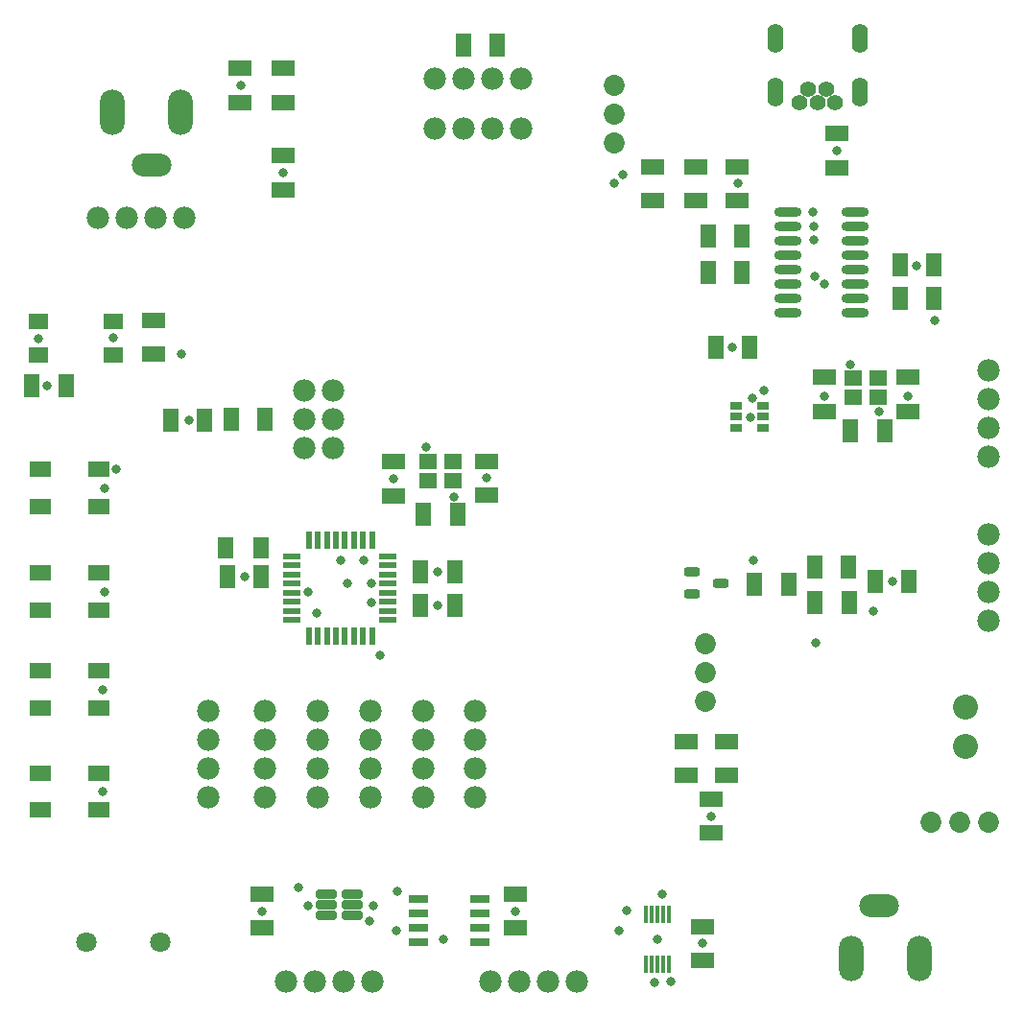
<source format=gts>
G04*
G04 #@! TF.GenerationSoftware,Altium Limited,Altium Designer,23.3.1 (30)*
G04*
G04 Layer_Color=8388736*
%FSLAX44Y44*%
%MOMM*%
G71*
G04*
G04 #@! TF.SameCoordinates,964EAC65-20B9-4362-A22B-C6E90DBC7DAB*
G04*
G04*
G04 #@! TF.FilePolarity,Negative*
G04*
G01*
G75*
%ADD29R,1.3716X1.8542*%
%ADD36R,2.0066X1.3208*%
G04:AMPARAMS|DCode=37|XSize=1.4132mm|YSize=0.7932mm|CornerRadius=0.2491mm|HoleSize=0mm|Usage=FLASHONLY|Rotation=0.000|XOffset=0mm|YOffset=0mm|HoleType=Round|Shape=RoundedRectangle|*
%AMROUNDEDRECTD37*
21,1,1.4132,0.2950,0,0,0.0*
21,1,0.9150,0.7932,0,0,0.0*
1,1,0.4982,0.4575,-0.1475*
1,1,0.4982,-0.4575,-0.1475*
1,1,0.4982,-0.4575,0.1475*
1,1,0.4982,0.4575,0.1475*
%
%ADD37ROUNDEDRECTD37*%
%ADD38R,1.3208X2.0066*%
%ADD39R,0.3508X1.5008*%
%ADD40R,0.3508X1.5208*%
%ADD41R,1.6030X1.4031*%
%ADD42O,2.4032X0.8128*%
%ADD43R,1.8532X1.4097*%
%ADD44R,1.0508X0.7508*%
%ADD45R,0.5588X1.6008*%
%ADD46R,1.6008X0.5588*%
%ADD47R,1.7032X1.4032*%
G04:AMPARAMS|DCode=48|XSize=1.8132mm|YSize=0.7932mm|CornerRadius=0.1754mm|HoleSize=0mm|Usage=FLASHONLY|Rotation=0.000|XOffset=0mm|YOffset=0mm|HoleType=Round|Shape=RoundedRectangle|*
%AMROUNDEDRECTD48*
21,1,1.8132,0.4425,0,0,0.0*
21,1,1.4625,0.7932,0,0,0.0*
1,1,0.3507,0.7313,-0.2213*
1,1,0.3507,-0.7313,-0.2213*
1,1,0.3507,-0.7313,0.2213*
1,1,0.3507,0.7313,0.2213*
%
%ADD48ROUNDEDRECTD48*%
%ADD49R,1.7532X0.8032*%
%ADD50O,3.5032X2.0032*%
%ADD51O,2.2032X4.0032*%
%ADD52C,1.8532*%
%ADD53C,1.9812*%
%ADD54O,1.4032X2.6032*%
%ADD55C,1.4032*%
%ADD56C,2.2032*%
%ADD57C,1.8032*%
%ADD58C,0.8382*%
D29*
X220345Y422148D02*
D03*
X189103D02*
D03*
D36*
X595630Y221234D02*
D03*
Y251206D02*
D03*
X617220Y200406D02*
D03*
Y170434D02*
D03*
X631190Y221234D02*
D03*
Y251206D02*
D03*
X609854Y87884D02*
D03*
Y57912D02*
D03*
X419608Y468660D02*
D03*
Y498632D02*
D03*
X728218Y787654D02*
D03*
Y757682D02*
D03*
X640588Y758444D02*
D03*
Y728472D02*
D03*
X240030Y768096D02*
D03*
Y738124D02*
D03*
X220980Y86614D02*
D03*
Y116586D02*
D03*
X337566Y498064D02*
D03*
Y468092D02*
D03*
X790956Y572516D02*
D03*
Y542544D02*
D03*
X717296D02*
D03*
Y572516D02*
D03*
X566166Y728472D02*
D03*
Y758444D02*
D03*
X604266Y728472D02*
D03*
Y758444D02*
D03*
X201930Y815324D02*
D03*
Y845296D02*
D03*
X240030Y815324D02*
D03*
Y845296D02*
D03*
X125222Y622808D02*
D03*
Y592836D02*
D03*
X444500Y86614D02*
D03*
Y116586D02*
D03*
D37*
X600860Y381660D02*
D03*
X625960Y391160D02*
D03*
X600860Y400660D02*
D03*
D38*
X685800Y390144D02*
D03*
X655828D02*
D03*
X739140Y374142D02*
D03*
X709168D02*
D03*
X738886Y405130D02*
D03*
X708914D02*
D03*
X792226Y392176D02*
D03*
X762254D02*
D03*
X393700Y451358D02*
D03*
X363728D02*
D03*
X224028Y535178D02*
D03*
X194056D02*
D03*
X614680Y664718D02*
D03*
X644652D02*
D03*
X614680Y697230D02*
D03*
X644652D02*
D03*
X429006Y866140D02*
D03*
X399034D02*
D03*
X140716Y534670D02*
D03*
X170688D02*
D03*
X18154Y565150D02*
D03*
X48126D02*
D03*
X361188Y400558D02*
D03*
X391160D02*
D03*
X361188Y371348D02*
D03*
X391160D02*
D03*
X220599Y396748D02*
D03*
X190627D02*
D03*
X770382Y525780D02*
D03*
X740410D02*
D03*
X813816Y642620D02*
D03*
X783844D02*
D03*
Y671830D02*
D03*
X813816D02*
D03*
X651256Y599440D02*
D03*
X621284D02*
D03*
D39*
X560230Y54454D02*
D03*
D40*
X565230D02*
D03*
X570230D02*
D03*
X575230D02*
D03*
X580230D02*
D03*
Y98454D02*
D03*
X575230D02*
D03*
X570230D02*
D03*
X565230D02*
D03*
X560230D02*
D03*
D41*
X389713Y498457D02*
D03*
X367713D02*
D03*
X389713Y481457D02*
D03*
X367712D02*
D03*
X765128Y572104D02*
D03*
X743127D02*
D03*
X765127Y555104D02*
D03*
X743127D02*
D03*
D42*
X685292Y718820D02*
D03*
Y706120D02*
D03*
Y693420D02*
D03*
Y680720D02*
D03*
Y668020D02*
D03*
Y655320D02*
D03*
Y642620D02*
D03*
Y629920D02*
D03*
X744728D02*
D03*
Y642620D02*
D03*
Y655320D02*
D03*
Y668020D02*
D03*
Y680720D02*
D03*
Y693420D02*
D03*
Y706120D02*
D03*
Y718820D02*
D03*
D43*
X25388Y458851D02*
D03*
X77388D02*
D03*
X25388Y491109D02*
D03*
X77388D02*
D03*
X25388Y281051D02*
D03*
X77388D02*
D03*
X25388Y313309D02*
D03*
X77388D02*
D03*
X25388Y367411D02*
D03*
X77388D02*
D03*
X25388Y399669D02*
D03*
X77388D02*
D03*
X25388Y190881D02*
D03*
X77388D02*
D03*
X25388Y223139D02*
D03*
X77388D02*
D03*
D44*
X663389Y528218D02*
D03*
Y537718D02*
D03*
Y547218D02*
D03*
X639764D02*
D03*
Y537718D02*
D03*
Y528218D02*
D03*
D45*
X318244Y344588D02*
D03*
X310370D02*
D03*
X302242D02*
D03*
X294368D02*
D03*
X286240D02*
D03*
X278366D02*
D03*
X270238D02*
D03*
X262364D02*
D03*
Y428588D02*
D03*
X270238D02*
D03*
X278366D02*
D03*
X286240D02*
D03*
X294368D02*
D03*
X302242D02*
D03*
X310370D02*
D03*
X318244D02*
D03*
D46*
X247814Y358648D02*
D03*
Y366522D02*
D03*
Y374650D02*
D03*
Y382524D02*
D03*
Y390652D02*
D03*
Y398526D02*
D03*
Y406654D02*
D03*
Y414528D02*
D03*
X331814D02*
D03*
Y406654D02*
D03*
Y398526D02*
D03*
Y390652D02*
D03*
Y382524D02*
D03*
Y374650D02*
D03*
Y366522D02*
D03*
Y358648D02*
D03*
D47*
X23762Y592060D02*
D03*
X89762Y622060D02*
D03*
Y592060D02*
D03*
X23762Y622060D02*
D03*
D48*
X278110Y116465D02*
D03*
Y106965D02*
D03*
Y97465D02*
D03*
X301010D02*
D03*
Y106965D02*
D03*
Y116465D02*
D03*
D49*
X413080Y74090D02*
D03*
Y86790D02*
D03*
Y99490D02*
D03*
Y112190D02*
D03*
X359080Y74090D02*
D03*
Y86790D02*
D03*
Y99490D02*
D03*
Y112190D02*
D03*
D50*
X765875Y106105D02*
D03*
X123955Y759765D02*
D03*
D51*
X800875Y59605D02*
D03*
X740875D02*
D03*
X148955Y806265D02*
D03*
X88955D02*
D03*
D52*
X861770Y180340D02*
D03*
X836370D02*
D03*
X810970D02*
D03*
X612140Y337820D02*
D03*
Y312420D02*
D03*
Y287020D02*
D03*
X532130Y830580D02*
D03*
Y805180D02*
D03*
Y779780D02*
D03*
D53*
X862405Y434340D02*
D03*
Y579120D02*
D03*
X173990Y252984D02*
D03*
Y278384D02*
D03*
Y202184D02*
D03*
Y227584D02*
D03*
X270510Y252984D02*
D03*
Y278384D02*
D03*
Y202184D02*
D03*
Y227584D02*
D03*
X223520Y252984D02*
D03*
Y278384D02*
D03*
Y202184D02*
D03*
Y227584D02*
D03*
X316865Y252984D02*
D03*
Y278384D02*
D03*
Y202184D02*
D03*
Y227584D02*
D03*
X363220Y252984D02*
D03*
Y278384D02*
D03*
Y202184D02*
D03*
Y227584D02*
D03*
X408940Y252984D02*
D03*
Y278384D02*
D03*
Y202184D02*
D03*
Y227584D02*
D03*
X258318Y560578D02*
D03*
X283718D02*
D03*
X258318Y535178D02*
D03*
X283718D02*
D03*
X258318Y509778D02*
D03*
X283718D02*
D03*
X862405Y528320D02*
D03*
Y502920D02*
D03*
Y553720D02*
D03*
Y383540D02*
D03*
Y358140D02*
D03*
Y408940D02*
D03*
X398780Y836025D02*
D03*
X373380D02*
D03*
X449580D02*
D03*
X424180D02*
D03*
Y792480D02*
D03*
X449580D02*
D03*
X373380D02*
D03*
X398780D02*
D03*
X267970Y39370D02*
D03*
X242570D02*
D03*
X318770D02*
D03*
X293370D02*
D03*
X448310D02*
D03*
X422910D02*
D03*
X499110D02*
D03*
X473710D02*
D03*
X127000Y713740D02*
D03*
X152400D02*
D03*
X76200D02*
D03*
X101600D02*
D03*
D54*
X674000Y871538D02*
D03*
Y824038D02*
D03*
X748400D02*
D03*
Y871538D02*
D03*
D55*
X727000Y815022D02*
D03*
X719002Y827058D02*
D03*
X703002D02*
D03*
X711001Y815022D02*
D03*
X695001D02*
D03*
D56*
X842010Y281660D02*
D03*
Y246660D02*
D03*
D57*
X131560Y73953D02*
D03*
X66560D02*
D03*
D58*
X709930Y338328D02*
D03*
X655066Y411480D02*
D03*
X617220Y185420D02*
D03*
X777240Y392176D02*
D03*
X760730Y366268D02*
D03*
X339344Y84582D02*
D03*
X315976Y92456D02*
D03*
X535940Y84074D02*
D03*
X542544Y102362D02*
D03*
X319786Y106680D02*
D03*
X340868Y119380D02*
D03*
X581914Y39116D02*
D03*
X570230Y76454D02*
D03*
X567182Y38354D02*
D03*
X574040Y116078D02*
D03*
X252984Y122682D02*
D03*
X444500Y101219D02*
D03*
X381000Y76454D02*
D03*
X765556Y542290D02*
D03*
X814832Y623062D02*
D03*
X790956Y556260D02*
D03*
X269494Y364236D02*
D03*
X261874Y382778D02*
D03*
X325374Y327660D02*
D03*
X92710Y491236D02*
D03*
X296418Y390398D02*
D03*
X261620Y106680D02*
D03*
X150114Y592836D02*
D03*
X82042Y383540D02*
D03*
X310896Y411226D02*
D03*
X290576D02*
D03*
X317373Y373888D02*
D03*
Y390398D02*
D03*
X419608Y483870D02*
D03*
X390596Y467050D02*
D03*
X376174Y400558D02*
D03*
X653542Y554228D02*
D03*
X708152Y693674D02*
D03*
X337566Y482854D02*
D03*
X708406Y705866D02*
D03*
X708914Y661543D02*
D03*
X728345Y772414D02*
D03*
X531622Y743458D02*
D03*
X663956Y561340D02*
D03*
X651764Y537210D02*
D03*
X717550Y654812D02*
D03*
X707263Y718820D02*
D03*
X636270Y599440D02*
D03*
X539496Y751586D02*
D03*
X640842Y743458D02*
D03*
X798830Y671322D02*
D03*
X240030Y752856D02*
D03*
X202438Y829818D02*
D03*
X80772Y207010D02*
D03*
Y297180D02*
D03*
X82042Y474980D02*
D03*
X31750Y565150D02*
D03*
X23876Y607060D02*
D03*
X89916Y607568D02*
D03*
X156972Y534670D02*
D03*
X205994Y396748D02*
D03*
X376174Y371348D02*
D03*
X366014Y511048D02*
D03*
X220980Y101600D02*
D03*
X609854Y72898D02*
D03*
X740156Y584200D02*
D03*
X717296Y556260D02*
D03*
M02*

</source>
